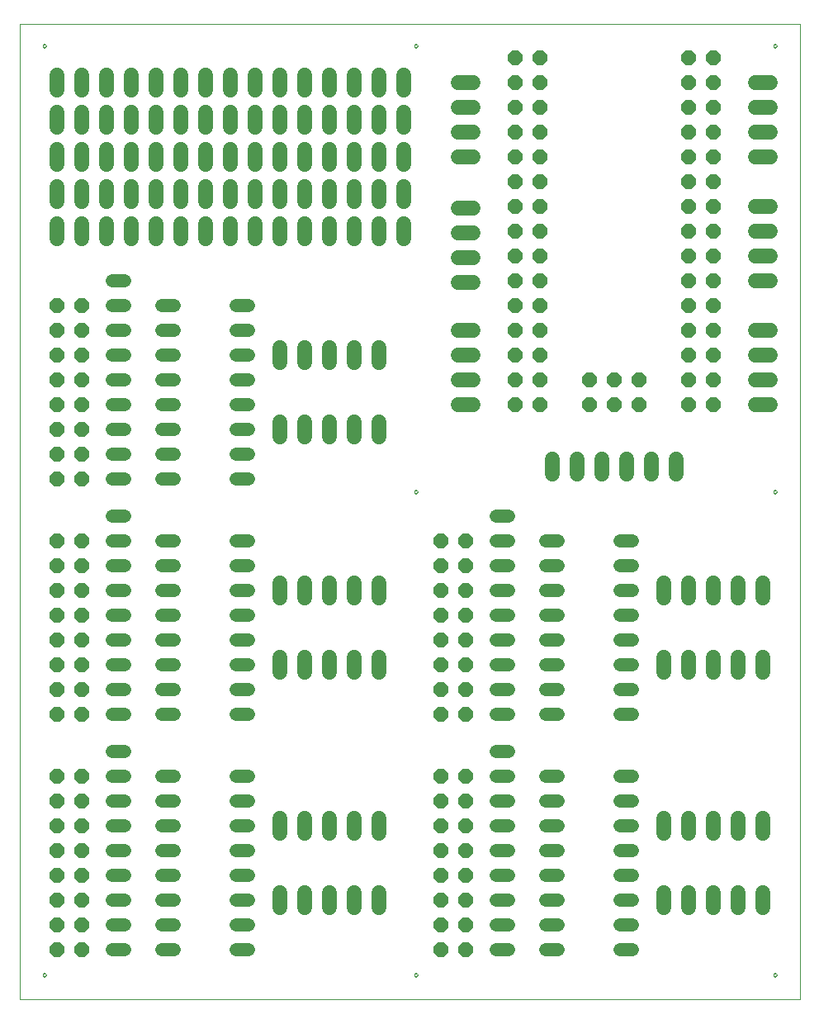
<source format=gtl>
G75*
%MOIN*%
%OFA0B0*%
%FSLAX25Y25*%
%IPPOS*%
%LPD*%
%AMOC8*
5,1,8,0,0,1.08239X$1,22.5*
%
%ADD10C,0.00000*%
%ADD11C,0.05200*%
%ADD12OC8,0.06000*%
%ADD13C,0.06000*%
D10*
X0001000Y0001000D02*
X0001000Y0394701D01*
X0315961Y0394701D01*
X0315961Y0001000D01*
X0001000Y0001000D01*
X0010311Y0011000D02*
X0010313Y0011052D01*
X0010319Y0011104D01*
X0010329Y0011155D01*
X0010342Y0011205D01*
X0010360Y0011255D01*
X0010381Y0011302D01*
X0010405Y0011348D01*
X0010434Y0011392D01*
X0010465Y0011434D01*
X0010499Y0011473D01*
X0010536Y0011510D01*
X0010576Y0011543D01*
X0010619Y0011574D01*
X0010663Y0011601D01*
X0010709Y0011625D01*
X0010758Y0011645D01*
X0010807Y0011661D01*
X0010858Y0011674D01*
X0010909Y0011683D01*
X0010961Y0011688D01*
X0011013Y0011689D01*
X0011065Y0011686D01*
X0011117Y0011679D01*
X0011168Y0011668D01*
X0011218Y0011654D01*
X0011267Y0011635D01*
X0011314Y0011613D01*
X0011359Y0011588D01*
X0011403Y0011559D01*
X0011444Y0011527D01*
X0011483Y0011492D01*
X0011518Y0011454D01*
X0011551Y0011413D01*
X0011581Y0011371D01*
X0011607Y0011326D01*
X0011630Y0011279D01*
X0011649Y0011230D01*
X0011665Y0011180D01*
X0011677Y0011130D01*
X0011685Y0011078D01*
X0011689Y0011026D01*
X0011689Y0010974D01*
X0011685Y0010922D01*
X0011677Y0010870D01*
X0011665Y0010820D01*
X0011649Y0010770D01*
X0011630Y0010721D01*
X0011607Y0010674D01*
X0011581Y0010629D01*
X0011551Y0010587D01*
X0011518Y0010546D01*
X0011483Y0010508D01*
X0011444Y0010473D01*
X0011403Y0010441D01*
X0011359Y0010412D01*
X0011314Y0010387D01*
X0011267Y0010365D01*
X0011218Y0010346D01*
X0011168Y0010332D01*
X0011117Y0010321D01*
X0011065Y0010314D01*
X0011013Y0010311D01*
X0010961Y0010312D01*
X0010909Y0010317D01*
X0010858Y0010326D01*
X0010807Y0010339D01*
X0010758Y0010355D01*
X0010709Y0010375D01*
X0010663Y0010399D01*
X0010619Y0010426D01*
X0010576Y0010457D01*
X0010536Y0010490D01*
X0010499Y0010527D01*
X0010465Y0010566D01*
X0010434Y0010608D01*
X0010405Y0010652D01*
X0010381Y0010698D01*
X0010360Y0010745D01*
X0010342Y0010795D01*
X0010329Y0010845D01*
X0010319Y0010896D01*
X0010313Y0010948D01*
X0010311Y0011000D01*
X0160311Y0011000D02*
X0160313Y0011052D01*
X0160319Y0011104D01*
X0160329Y0011155D01*
X0160342Y0011205D01*
X0160360Y0011255D01*
X0160381Y0011302D01*
X0160405Y0011348D01*
X0160434Y0011392D01*
X0160465Y0011434D01*
X0160499Y0011473D01*
X0160536Y0011510D01*
X0160576Y0011543D01*
X0160619Y0011574D01*
X0160663Y0011601D01*
X0160709Y0011625D01*
X0160758Y0011645D01*
X0160807Y0011661D01*
X0160858Y0011674D01*
X0160909Y0011683D01*
X0160961Y0011688D01*
X0161013Y0011689D01*
X0161065Y0011686D01*
X0161117Y0011679D01*
X0161168Y0011668D01*
X0161218Y0011654D01*
X0161267Y0011635D01*
X0161314Y0011613D01*
X0161359Y0011588D01*
X0161403Y0011559D01*
X0161444Y0011527D01*
X0161483Y0011492D01*
X0161518Y0011454D01*
X0161551Y0011413D01*
X0161581Y0011371D01*
X0161607Y0011326D01*
X0161630Y0011279D01*
X0161649Y0011230D01*
X0161665Y0011180D01*
X0161677Y0011130D01*
X0161685Y0011078D01*
X0161689Y0011026D01*
X0161689Y0010974D01*
X0161685Y0010922D01*
X0161677Y0010870D01*
X0161665Y0010820D01*
X0161649Y0010770D01*
X0161630Y0010721D01*
X0161607Y0010674D01*
X0161581Y0010629D01*
X0161551Y0010587D01*
X0161518Y0010546D01*
X0161483Y0010508D01*
X0161444Y0010473D01*
X0161403Y0010441D01*
X0161359Y0010412D01*
X0161314Y0010387D01*
X0161267Y0010365D01*
X0161218Y0010346D01*
X0161168Y0010332D01*
X0161117Y0010321D01*
X0161065Y0010314D01*
X0161013Y0010311D01*
X0160961Y0010312D01*
X0160909Y0010317D01*
X0160858Y0010326D01*
X0160807Y0010339D01*
X0160758Y0010355D01*
X0160709Y0010375D01*
X0160663Y0010399D01*
X0160619Y0010426D01*
X0160576Y0010457D01*
X0160536Y0010490D01*
X0160499Y0010527D01*
X0160465Y0010566D01*
X0160434Y0010608D01*
X0160405Y0010652D01*
X0160381Y0010698D01*
X0160360Y0010745D01*
X0160342Y0010795D01*
X0160329Y0010845D01*
X0160319Y0010896D01*
X0160313Y0010948D01*
X0160311Y0011000D01*
X0305311Y0011000D02*
X0305313Y0011052D01*
X0305319Y0011104D01*
X0305329Y0011155D01*
X0305342Y0011205D01*
X0305360Y0011255D01*
X0305381Y0011302D01*
X0305405Y0011348D01*
X0305434Y0011392D01*
X0305465Y0011434D01*
X0305499Y0011473D01*
X0305536Y0011510D01*
X0305576Y0011543D01*
X0305619Y0011574D01*
X0305663Y0011601D01*
X0305709Y0011625D01*
X0305758Y0011645D01*
X0305807Y0011661D01*
X0305858Y0011674D01*
X0305909Y0011683D01*
X0305961Y0011688D01*
X0306013Y0011689D01*
X0306065Y0011686D01*
X0306117Y0011679D01*
X0306168Y0011668D01*
X0306218Y0011654D01*
X0306267Y0011635D01*
X0306314Y0011613D01*
X0306359Y0011588D01*
X0306403Y0011559D01*
X0306444Y0011527D01*
X0306483Y0011492D01*
X0306518Y0011454D01*
X0306551Y0011413D01*
X0306581Y0011371D01*
X0306607Y0011326D01*
X0306630Y0011279D01*
X0306649Y0011230D01*
X0306665Y0011180D01*
X0306677Y0011130D01*
X0306685Y0011078D01*
X0306689Y0011026D01*
X0306689Y0010974D01*
X0306685Y0010922D01*
X0306677Y0010870D01*
X0306665Y0010820D01*
X0306649Y0010770D01*
X0306630Y0010721D01*
X0306607Y0010674D01*
X0306581Y0010629D01*
X0306551Y0010587D01*
X0306518Y0010546D01*
X0306483Y0010508D01*
X0306444Y0010473D01*
X0306403Y0010441D01*
X0306359Y0010412D01*
X0306314Y0010387D01*
X0306267Y0010365D01*
X0306218Y0010346D01*
X0306168Y0010332D01*
X0306117Y0010321D01*
X0306065Y0010314D01*
X0306013Y0010311D01*
X0305961Y0010312D01*
X0305909Y0010317D01*
X0305858Y0010326D01*
X0305807Y0010339D01*
X0305758Y0010355D01*
X0305709Y0010375D01*
X0305663Y0010399D01*
X0305619Y0010426D01*
X0305576Y0010457D01*
X0305536Y0010490D01*
X0305499Y0010527D01*
X0305465Y0010566D01*
X0305434Y0010608D01*
X0305405Y0010652D01*
X0305381Y0010698D01*
X0305360Y0010745D01*
X0305342Y0010795D01*
X0305329Y0010845D01*
X0305319Y0010896D01*
X0305313Y0010948D01*
X0305311Y0011000D01*
X0305311Y0206000D02*
X0305313Y0206052D01*
X0305319Y0206104D01*
X0305329Y0206155D01*
X0305342Y0206205D01*
X0305360Y0206255D01*
X0305381Y0206302D01*
X0305405Y0206348D01*
X0305434Y0206392D01*
X0305465Y0206434D01*
X0305499Y0206473D01*
X0305536Y0206510D01*
X0305576Y0206543D01*
X0305619Y0206574D01*
X0305663Y0206601D01*
X0305709Y0206625D01*
X0305758Y0206645D01*
X0305807Y0206661D01*
X0305858Y0206674D01*
X0305909Y0206683D01*
X0305961Y0206688D01*
X0306013Y0206689D01*
X0306065Y0206686D01*
X0306117Y0206679D01*
X0306168Y0206668D01*
X0306218Y0206654D01*
X0306267Y0206635D01*
X0306314Y0206613D01*
X0306359Y0206588D01*
X0306403Y0206559D01*
X0306444Y0206527D01*
X0306483Y0206492D01*
X0306518Y0206454D01*
X0306551Y0206413D01*
X0306581Y0206371D01*
X0306607Y0206326D01*
X0306630Y0206279D01*
X0306649Y0206230D01*
X0306665Y0206180D01*
X0306677Y0206130D01*
X0306685Y0206078D01*
X0306689Y0206026D01*
X0306689Y0205974D01*
X0306685Y0205922D01*
X0306677Y0205870D01*
X0306665Y0205820D01*
X0306649Y0205770D01*
X0306630Y0205721D01*
X0306607Y0205674D01*
X0306581Y0205629D01*
X0306551Y0205587D01*
X0306518Y0205546D01*
X0306483Y0205508D01*
X0306444Y0205473D01*
X0306403Y0205441D01*
X0306359Y0205412D01*
X0306314Y0205387D01*
X0306267Y0205365D01*
X0306218Y0205346D01*
X0306168Y0205332D01*
X0306117Y0205321D01*
X0306065Y0205314D01*
X0306013Y0205311D01*
X0305961Y0205312D01*
X0305909Y0205317D01*
X0305858Y0205326D01*
X0305807Y0205339D01*
X0305758Y0205355D01*
X0305709Y0205375D01*
X0305663Y0205399D01*
X0305619Y0205426D01*
X0305576Y0205457D01*
X0305536Y0205490D01*
X0305499Y0205527D01*
X0305465Y0205566D01*
X0305434Y0205608D01*
X0305405Y0205652D01*
X0305381Y0205698D01*
X0305360Y0205745D01*
X0305342Y0205795D01*
X0305329Y0205845D01*
X0305319Y0205896D01*
X0305313Y0205948D01*
X0305311Y0206000D01*
X0305311Y0386000D02*
X0305313Y0386052D01*
X0305319Y0386104D01*
X0305329Y0386155D01*
X0305342Y0386205D01*
X0305360Y0386255D01*
X0305381Y0386302D01*
X0305405Y0386348D01*
X0305434Y0386392D01*
X0305465Y0386434D01*
X0305499Y0386473D01*
X0305536Y0386510D01*
X0305576Y0386543D01*
X0305619Y0386574D01*
X0305663Y0386601D01*
X0305709Y0386625D01*
X0305758Y0386645D01*
X0305807Y0386661D01*
X0305858Y0386674D01*
X0305909Y0386683D01*
X0305961Y0386688D01*
X0306013Y0386689D01*
X0306065Y0386686D01*
X0306117Y0386679D01*
X0306168Y0386668D01*
X0306218Y0386654D01*
X0306267Y0386635D01*
X0306314Y0386613D01*
X0306359Y0386588D01*
X0306403Y0386559D01*
X0306444Y0386527D01*
X0306483Y0386492D01*
X0306518Y0386454D01*
X0306551Y0386413D01*
X0306581Y0386371D01*
X0306607Y0386326D01*
X0306630Y0386279D01*
X0306649Y0386230D01*
X0306665Y0386180D01*
X0306677Y0386130D01*
X0306685Y0386078D01*
X0306689Y0386026D01*
X0306689Y0385974D01*
X0306685Y0385922D01*
X0306677Y0385870D01*
X0306665Y0385820D01*
X0306649Y0385770D01*
X0306630Y0385721D01*
X0306607Y0385674D01*
X0306581Y0385629D01*
X0306551Y0385587D01*
X0306518Y0385546D01*
X0306483Y0385508D01*
X0306444Y0385473D01*
X0306403Y0385441D01*
X0306359Y0385412D01*
X0306314Y0385387D01*
X0306267Y0385365D01*
X0306218Y0385346D01*
X0306168Y0385332D01*
X0306117Y0385321D01*
X0306065Y0385314D01*
X0306013Y0385311D01*
X0305961Y0385312D01*
X0305909Y0385317D01*
X0305858Y0385326D01*
X0305807Y0385339D01*
X0305758Y0385355D01*
X0305709Y0385375D01*
X0305663Y0385399D01*
X0305619Y0385426D01*
X0305576Y0385457D01*
X0305536Y0385490D01*
X0305499Y0385527D01*
X0305465Y0385566D01*
X0305434Y0385608D01*
X0305405Y0385652D01*
X0305381Y0385698D01*
X0305360Y0385745D01*
X0305342Y0385795D01*
X0305329Y0385845D01*
X0305319Y0385896D01*
X0305313Y0385948D01*
X0305311Y0386000D01*
X0160311Y0386000D02*
X0160313Y0386052D01*
X0160319Y0386104D01*
X0160329Y0386155D01*
X0160342Y0386205D01*
X0160360Y0386255D01*
X0160381Y0386302D01*
X0160405Y0386348D01*
X0160434Y0386392D01*
X0160465Y0386434D01*
X0160499Y0386473D01*
X0160536Y0386510D01*
X0160576Y0386543D01*
X0160619Y0386574D01*
X0160663Y0386601D01*
X0160709Y0386625D01*
X0160758Y0386645D01*
X0160807Y0386661D01*
X0160858Y0386674D01*
X0160909Y0386683D01*
X0160961Y0386688D01*
X0161013Y0386689D01*
X0161065Y0386686D01*
X0161117Y0386679D01*
X0161168Y0386668D01*
X0161218Y0386654D01*
X0161267Y0386635D01*
X0161314Y0386613D01*
X0161359Y0386588D01*
X0161403Y0386559D01*
X0161444Y0386527D01*
X0161483Y0386492D01*
X0161518Y0386454D01*
X0161551Y0386413D01*
X0161581Y0386371D01*
X0161607Y0386326D01*
X0161630Y0386279D01*
X0161649Y0386230D01*
X0161665Y0386180D01*
X0161677Y0386130D01*
X0161685Y0386078D01*
X0161689Y0386026D01*
X0161689Y0385974D01*
X0161685Y0385922D01*
X0161677Y0385870D01*
X0161665Y0385820D01*
X0161649Y0385770D01*
X0161630Y0385721D01*
X0161607Y0385674D01*
X0161581Y0385629D01*
X0161551Y0385587D01*
X0161518Y0385546D01*
X0161483Y0385508D01*
X0161444Y0385473D01*
X0161403Y0385441D01*
X0161359Y0385412D01*
X0161314Y0385387D01*
X0161267Y0385365D01*
X0161218Y0385346D01*
X0161168Y0385332D01*
X0161117Y0385321D01*
X0161065Y0385314D01*
X0161013Y0385311D01*
X0160961Y0385312D01*
X0160909Y0385317D01*
X0160858Y0385326D01*
X0160807Y0385339D01*
X0160758Y0385355D01*
X0160709Y0385375D01*
X0160663Y0385399D01*
X0160619Y0385426D01*
X0160576Y0385457D01*
X0160536Y0385490D01*
X0160499Y0385527D01*
X0160465Y0385566D01*
X0160434Y0385608D01*
X0160405Y0385652D01*
X0160381Y0385698D01*
X0160360Y0385745D01*
X0160342Y0385795D01*
X0160329Y0385845D01*
X0160319Y0385896D01*
X0160313Y0385948D01*
X0160311Y0386000D01*
X0160311Y0206000D02*
X0160313Y0206052D01*
X0160319Y0206104D01*
X0160329Y0206155D01*
X0160342Y0206205D01*
X0160360Y0206255D01*
X0160381Y0206302D01*
X0160405Y0206348D01*
X0160434Y0206392D01*
X0160465Y0206434D01*
X0160499Y0206473D01*
X0160536Y0206510D01*
X0160576Y0206543D01*
X0160619Y0206574D01*
X0160663Y0206601D01*
X0160709Y0206625D01*
X0160758Y0206645D01*
X0160807Y0206661D01*
X0160858Y0206674D01*
X0160909Y0206683D01*
X0160961Y0206688D01*
X0161013Y0206689D01*
X0161065Y0206686D01*
X0161117Y0206679D01*
X0161168Y0206668D01*
X0161218Y0206654D01*
X0161267Y0206635D01*
X0161314Y0206613D01*
X0161359Y0206588D01*
X0161403Y0206559D01*
X0161444Y0206527D01*
X0161483Y0206492D01*
X0161518Y0206454D01*
X0161551Y0206413D01*
X0161581Y0206371D01*
X0161607Y0206326D01*
X0161630Y0206279D01*
X0161649Y0206230D01*
X0161665Y0206180D01*
X0161677Y0206130D01*
X0161685Y0206078D01*
X0161689Y0206026D01*
X0161689Y0205974D01*
X0161685Y0205922D01*
X0161677Y0205870D01*
X0161665Y0205820D01*
X0161649Y0205770D01*
X0161630Y0205721D01*
X0161607Y0205674D01*
X0161581Y0205629D01*
X0161551Y0205587D01*
X0161518Y0205546D01*
X0161483Y0205508D01*
X0161444Y0205473D01*
X0161403Y0205441D01*
X0161359Y0205412D01*
X0161314Y0205387D01*
X0161267Y0205365D01*
X0161218Y0205346D01*
X0161168Y0205332D01*
X0161117Y0205321D01*
X0161065Y0205314D01*
X0161013Y0205311D01*
X0160961Y0205312D01*
X0160909Y0205317D01*
X0160858Y0205326D01*
X0160807Y0205339D01*
X0160758Y0205355D01*
X0160709Y0205375D01*
X0160663Y0205399D01*
X0160619Y0205426D01*
X0160576Y0205457D01*
X0160536Y0205490D01*
X0160499Y0205527D01*
X0160465Y0205566D01*
X0160434Y0205608D01*
X0160405Y0205652D01*
X0160381Y0205698D01*
X0160360Y0205745D01*
X0160342Y0205795D01*
X0160329Y0205845D01*
X0160319Y0205896D01*
X0160313Y0205948D01*
X0160311Y0206000D01*
X0010311Y0386000D02*
X0010313Y0386052D01*
X0010319Y0386104D01*
X0010329Y0386155D01*
X0010342Y0386205D01*
X0010360Y0386255D01*
X0010381Y0386302D01*
X0010405Y0386348D01*
X0010434Y0386392D01*
X0010465Y0386434D01*
X0010499Y0386473D01*
X0010536Y0386510D01*
X0010576Y0386543D01*
X0010619Y0386574D01*
X0010663Y0386601D01*
X0010709Y0386625D01*
X0010758Y0386645D01*
X0010807Y0386661D01*
X0010858Y0386674D01*
X0010909Y0386683D01*
X0010961Y0386688D01*
X0011013Y0386689D01*
X0011065Y0386686D01*
X0011117Y0386679D01*
X0011168Y0386668D01*
X0011218Y0386654D01*
X0011267Y0386635D01*
X0011314Y0386613D01*
X0011359Y0386588D01*
X0011403Y0386559D01*
X0011444Y0386527D01*
X0011483Y0386492D01*
X0011518Y0386454D01*
X0011551Y0386413D01*
X0011581Y0386371D01*
X0011607Y0386326D01*
X0011630Y0386279D01*
X0011649Y0386230D01*
X0011665Y0386180D01*
X0011677Y0386130D01*
X0011685Y0386078D01*
X0011689Y0386026D01*
X0011689Y0385974D01*
X0011685Y0385922D01*
X0011677Y0385870D01*
X0011665Y0385820D01*
X0011649Y0385770D01*
X0011630Y0385721D01*
X0011607Y0385674D01*
X0011581Y0385629D01*
X0011551Y0385587D01*
X0011518Y0385546D01*
X0011483Y0385508D01*
X0011444Y0385473D01*
X0011403Y0385441D01*
X0011359Y0385412D01*
X0011314Y0385387D01*
X0011267Y0385365D01*
X0011218Y0385346D01*
X0011168Y0385332D01*
X0011117Y0385321D01*
X0011065Y0385314D01*
X0011013Y0385311D01*
X0010961Y0385312D01*
X0010909Y0385317D01*
X0010858Y0385326D01*
X0010807Y0385339D01*
X0010758Y0385355D01*
X0010709Y0385375D01*
X0010663Y0385399D01*
X0010619Y0385426D01*
X0010576Y0385457D01*
X0010536Y0385490D01*
X0010499Y0385527D01*
X0010465Y0385566D01*
X0010434Y0385608D01*
X0010405Y0385652D01*
X0010381Y0385698D01*
X0010360Y0385745D01*
X0010342Y0385795D01*
X0010329Y0385845D01*
X0010319Y0385896D01*
X0010313Y0385948D01*
X0010311Y0386000D01*
D11*
X0038400Y0291000D02*
X0043600Y0291000D01*
X0043600Y0281000D02*
X0038400Y0281000D01*
X0038400Y0271000D02*
X0043600Y0271000D01*
X0043600Y0261000D02*
X0038400Y0261000D01*
X0038400Y0251000D02*
X0043600Y0251000D01*
X0043600Y0241000D02*
X0038400Y0241000D01*
X0038400Y0231000D02*
X0043600Y0231000D01*
X0043600Y0221000D02*
X0038400Y0221000D01*
X0038400Y0211000D02*
X0043600Y0211000D01*
X0043600Y0196000D02*
X0038400Y0196000D01*
X0038400Y0186000D02*
X0043600Y0186000D01*
X0043600Y0176000D02*
X0038400Y0176000D01*
X0038400Y0166000D02*
X0043600Y0166000D01*
X0043600Y0156000D02*
X0038400Y0156000D01*
X0038400Y0146000D02*
X0043600Y0146000D01*
X0043600Y0136000D02*
X0038400Y0136000D01*
X0038400Y0126000D02*
X0043600Y0126000D01*
X0043600Y0116000D02*
X0038400Y0116000D01*
X0038400Y0101000D02*
X0043600Y0101000D01*
X0043600Y0091000D02*
X0038400Y0091000D01*
X0038400Y0081000D02*
X0043600Y0081000D01*
X0043600Y0071000D02*
X0038400Y0071000D01*
X0038400Y0061000D02*
X0043600Y0061000D01*
X0043600Y0051000D02*
X0038400Y0051000D01*
X0038400Y0041000D02*
X0043600Y0041000D01*
X0043600Y0031000D02*
X0038400Y0031000D01*
X0038400Y0021000D02*
X0043600Y0021000D01*
X0058400Y0021000D02*
X0063600Y0021000D01*
X0063600Y0031000D02*
X0058400Y0031000D01*
X0058400Y0041000D02*
X0063600Y0041000D01*
X0063600Y0051000D02*
X0058400Y0051000D01*
X0058400Y0061000D02*
X0063600Y0061000D01*
X0063600Y0071000D02*
X0058400Y0071000D01*
X0058400Y0081000D02*
X0063600Y0081000D01*
X0063600Y0091000D02*
X0058400Y0091000D01*
X0058400Y0116000D02*
X0063600Y0116000D01*
X0063600Y0126000D02*
X0058400Y0126000D01*
X0058400Y0136000D02*
X0063600Y0136000D01*
X0063600Y0146000D02*
X0058400Y0146000D01*
X0058400Y0156000D02*
X0063600Y0156000D01*
X0063600Y0166000D02*
X0058400Y0166000D01*
X0058400Y0176000D02*
X0063600Y0176000D01*
X0063600Y0186000D02*
X0058400Y0186000D01*
X0058400Y0211000D02*
X0063600Y0211000D01*
X0063600Y0221000D02*
X0058400Y0221000D01*
X0058400Y0231000D02*
X0063600Y0231000D01*
X0063600Y0241000D02*
X0058400Y0241000D01*
X0058400Y0251000D02*
X0063600Y0251000D01*
X0063600Y0261000D02*
X0058400Y0261000D01*
X0058400Y0271000D02*
X0063600Y0271000D01*
X0063600Y0281000D02*
X0058400Y0281000D01*
X0088400Y0281000D02*
X0093600Y0281000D01*
X0093600Y0271000D02*
X0088400Y0271000D01*
X0088400Y0261000D02*
X0093600Y0261000D01*
X0093600Y0251000D02*
X0088400Y0251000D01*
X0088400Y0241000D02*
X0093600Y0241000D01*
X0093600Y0231000D02*
X0088400Y0231000D01*
X0088400Y0221000D02*
X0093600Y0221000D01*
X0093600Y0211000D02*
X0088400Y0211000D01*
X0088400Y0186000D02*
X0093600Y0186000D01*
X0093600Y0176000D02*
X0088400Y0176000D01*
X0088400Y0166000D02*
X0093600Y0166000D01*
X0093600Y0156000D02*
X0088400Y0156000D01*
X0088400Y0146000D02*
X0093600Y0146000D01*
X0093600Y0136000D02*
X0088400Y0136000D01*
X0088400Y0126000D02*
X0093600Y0126000D01*
X0093600Y0116000D02*
X0088400Y0116000D01*
X0088400Y0091000D02*
X0093600Y0091000D01*
X0093600Y0081000D02*
X0088400Y0081000D01*
X0088400Y0071000D02*
X0093600Y0071000D01*
X0093600Y0061000D02*
X0088400Y0061000D01*
X0088400Y0051000D02*
X0093600Y0051000D01*
X0093600Y0041000D02*
X0088400Y0041000D01*
X0088400Y0031000D02*
X0093600Y0031000D01*
X0093600Y0021000D02*
X0088400Y0021000D01*
X0193400Y0021000D02*
X0198600Y0021000D01*
X0198600Y0031000D02*
X0193400Y0031000D01*
X0193400Y0041000D02*
X0198600Y0041000D01*
X0198600Y0051000D02*
X0193400Y0051000D01*
X0193400Y0061000D02*
X0198600Y0061000D01*
X0198600Y0071000D02*
X0193400Y0071000D01*
X0193400Y0081000D02*
X0198600Y0081000D01*
X0198600Y0091000D02*
X0193400Y0091000D01*
X0193400Y0101000D02*
X0198600Y0101000D01*
X0198600Y0116000D02*
X0193400Y0116000D01*
X0193400Y0126000D02*
X0198600Y0126000D01*
X0198600Y0136000D02*
X0193400Y0136000D01*
X0193400Y0146000D02*
X0198600Y0146000D01*
X0198600Y0156000D02*
X0193400Y0156000D01*
X0193400Y0166000D02*
X0198600Y0166000D01*
X0198600Y0176000D02*
X0193400Y0176000D01*
X0193400Y0186000D02*
X0198600Y0186000D01*
X0198600Y0196000D02*
X0193400Y0196000D01*
X0213400Y0186000D02*
X0218600Y0186000D01*
X0218600Y0176000D02*
X0213400Y0176000D01*
X0213400Y0166000D02*
X0218600Y0166000D01*
X0218600Y0156000D02*
X0213400Y0156000D01*
X0213400Y0146000D02*
X0218600Y0146000D01*
X0218600Y0136000D02*
X0213400Y0136000D01*
X0213400Y0126000D02*
X0218600Y0126000D01*
X0218600Y0116000D02*
X0213400Y0116000D01*
X0213400Y0091000D02*
X0218600Y0091000D01*
X0218600Y0081000D02*
X0213400Y0081000D01*
X0213400Y0071000D02*
X0218600Y0071000D01*
X0218600Y0061000D02*
X0213400Y0061000D01*
X0213400Y0051000D02*
X0218600Y0051000D01*
X0218600Y0041000D02*
X0213400Y0041000D01*
X0213400Y0031000D02*
X0218600Y0031000D01*
X0218600Y0021000D02*
X0213400Y0021000D01*
X0243400Y0021000D02*
X0248600Y0021000D01*
X0248600Y0031000D02*
X0243400Y0031000D01*
X0243400Y0041000D02*
X0248600Y0041000D01*
X0248600Y0051000D02*
X0243400Y0051000D01*
X0243400Y0061000D02*
X0248600Y0061000D01*
X0248600Y0071000D02*
X0243400Y0071000D01*
X0243400Y0081000D02*
X0248600Y0081000D01*
X0248600Y0091000D02*
X0243400Y0091000D01*
X0243400Y0116000D02*
X0248600Y0116000D01*
X0248600Y0126000D02*
X0243400Y0126000D01*
X0243400Y0136000D02*
X0248600Y0136000D01*
X0248600Y0146000D02*
X0243400Y0146000D01*
X0243400Y0156000D02*
X0248600Y0156000D01*
X0248600Y0166000D02*
X0243400Y0166000D01*
X0243400Y0176000D02*
X0248600Y0176000D01*
X0248600Y0186000D02*
X0243400Y0186000D01*
D12*
X0241000Y0241000D03*
X0241000Y0251000D03*
X0251000Y0251000D03*
X0251000Y0241000D03*
X0271000Y0241000D03*
X0271000Y0251000D03*
X0271000Y0261000D03*
X0271000Y0271000D03*
X0271000Y0281000D03*
X0271000Y0291000D03*
X0271000Y0301000D03*
X0271000Y0311000D03*
X0271000Y0321000D03*
X0271000Y0331000D03*
X0271000Y0341000D03*
X0271000Y0351000D03*
X0271000Y0361000D03*
X0271000Y0371000D03*
X0271000Y0381000D03*
X0281000Y0381000D03*
X0281000Y0371000D03*
X0281000Y0361000D03*
X0281000Y0351000D03*
X0281000Y0341000D03*
X0281000Y0331000D03*
X0281000Y0321000D03*
X0281000Y0311000D03*
X0281000Y0301000D03*
X0281000Y0291000D03*
X0281000Y0281000D03*
X0281000Y0271000D03*
X0281000Y0261000D03*
X0281000Y0251000D03*
X0281000Y0241000D03*
X0231000Y0241000D03*
X0231000Y0251000D03*
X0211000Y0251000D03*
X0211000Y0261000D03*
X0211000Y0271000D03*
X0211000Y0281000D03*
X0211000Y0291000D03*
X0211000Y0301000D03*
X0211000Y0311000D03*
X0211000Y0321000D03*
X0211000Y0331000D03*
X0211000Y0341000D03*
X0211000Y0351000D03*
X0211000Y0361000D03*
X0211000Y0371000D03*
X0211000Y0381000D03*
X0201000Y0381000D03*
X0201000Y0371000D03*
X0201000Y0361000D03*
X0201000Y0351000D03*
X0201000Y0341000D03*
X0201000Y0331000D03*
X0201000Y0321000D03*
X0201000Y0311000D03*
X0201000Y0301000D03*
X0201000Y0291000D03*
X0201000Y0281000D03*
X0201000Y0271000D03*
X0201000Y0261000D03*
X0201000Y0251000D03*
X0201000Y0241000D03*
X0211000Y0241000D03*
X0181000Y0186000D03*
X0181000Y0176000D03*
X0181000Y0166000D03*
X0181000Y0156000D03*
X0181000Y0146000D03*
X0181000Y0136000D03*
X0181000Y0126000D03*
X0181000Y0116000D03*
X0171000Y0116000D03*
X0171000Y0126000D03*
X0171000Y0136000D03*
X0171000Y0146000D03*
X0171000Y0156000D03*
X0171000Y0166000D03*
X0171000Y0176000D03*
X0171000Y0186000D03*
X0171000Y0091000D03*
X0171000Y0081000D03*
X0171000Y0071000D03*
X0171000Y0061000D03*
X0171000Y0051000D03*
X0171000Y0041000D03*
X0171000Y0031000D03*
X0171000Y0021000D03*
X0181000Y0021000D03*
X0181000Y0031000D03*
X0181000Y0041000D03*
X0181000Y0051000D03*
X0181000Y0061000D03*
X0181000Y0071000D03*
X0181000Y0081000D03*
X0181000Y0091000D03*
X0026000Y0091000D03*
X0026000Y0081000D03*
X0026000Y0071000D03*
X0026000Y0061000D03*
X0026000Y0051000D03*
X0026000Y0041000D03*
X0026000Y0031000D03*
X0026000Y0021000D03*
X0016000Y0021000D03*
X0016000Y0031000D03*
X0016000Y0041000D03*
X0016000Y0051000D03*
X0016000Y0061000D03*
X0016000Y0071000D03*
X0016000Y0081000D03*
X0016000Y0091000D03*
X0016000Y0116000D03*
X0016000Y0126000D03*
X0016000Y0136000D03*
X0016000Y0146000D03*
X0016000Y0156000D03*
X0016000Y0166000D03*
X0016000Y0176000D03*
X0016000Y0186000D03*
X0026000Y0186000D03*
X0026000Y0176000D03*
X0026000Y0166000D03*
X0026000Y0156000D03*
X0026000Y0146000D03*
X0026000Y0136000D03*
X0026000Y0126000D03*
X0026000Y0116000D03*
X0026000Y0211000D03*
X0026000Y0221000D03*
X0026000Y0231000D03*
X0026000Y0241000D03*
X0026000Y0251000D03*
X0026000Y0261000D03*
X0026000Y0271000D03*
X0026000Y0281000D03*
X0016000Y0281000D03*
X0016000Y0271000D03*
X0016000Y0261000D03*
X0016000Y0251000D03*
X0016000Y0241000D03*
X0016000Y0231000D03*
X0016000Y0221000D03*
X0016000Y0211000D03*
D13*
X0016000Y0308000D02*
X0016000Y0314000D01*
X0016000Y0323000D02*
X0016000Y0329000D01*
X0016000Y0338000D02*
X0016000Y0344000D01*
X0016000Y0353000D02*
X0016000Y0359000D01*
X0016000Y0368000D02*
X0016000Y0374000D01*
X0026000Y0374000D02*
X0026000Y0368000D01*
X0026000Y0359000D02*
X0026000Y0353000D01*
X0026000Y0344000D02*
X0026000Y0338000D01*
X0026000Y0329000D02*
X0026000Y0323000D01*
X0026000Y0314000D02*
X0026000Y0308000D01*
X0036000Y0308000D02*
X0036000Y0314000D01*
X0036000Y0323000D02*
X0036000Y0329000D01*
X0036000Y0338000D02*
X0036000Y0344000D01*
X0036000Y0353000D02*
X0036000Y0359000D01*
X0036000Y0368000D02*
X0036000Y0374000D01*
X0046000Y0374000D02*
X0046000Y0368000D01*
X0046000Y0359000D02*
X0046000Y0353000D01*
X0046000Y0344000D02*
X0046000Y0338000D01*
X0046000Y0329000D02*
X0046000Y0323000D01*
X0046000Y0314000D02*
X0046000Y0308000D01*
X0056000Y0308000D02*
X0056000Y0314000D01*
X0056000Y0323000D02*
X0056000Y0329000D01*
X0056000Y0338000D02*
X0056000Y0344000D01*
X0056000Y0353000D02*
X0056000Y0359000D01*
X0056000Y0368000D02*
X0056000Y0374000D01*
X0066000Y0374000D02*
X0066000Y0368000D01*
X0066000Y0359000D02*
X0066000Y0353000D01*
X0066000Y0344000D02*
X0066000Y0338000D01*
X0066000Y0329000D02*
X0066000Y0323000D01*
X0066000Y0314000D02*
X0066000Y0308000D01*
X0076000Y0308000D02*
X0076000Y0314000D01*
X0076000Y0323000D02*
X0076000Y0329000D01*
X0076000Y0338000D02*
X0076000Y0344000D01*
X0076000Y0353000D02*
X0076000Y0359000D01*
X0076000Y0368000D02*
X0076000Y0374000D01*
X0086000Y0374000D02*
X0086000Y0368000D01*
X0086000Y0359000D02*
X0086000Y0353000D01*
X0086000Y0344000D02*
X0086000Y0338000D01*
X0086000Y0329000D02*
X0086000Y0323000D01*
X0086000Y0314000D02*
X0086000Y0308000D01*
X0096000Y0308000D02*
X0096000Y0314000D01*
X0096000Y0323000D02*
X0096000Y0329000D01*
X0096000Y0338000D02*
X0096000Y0344000D01*
X0096000Y0353000D02*
X0096000Y0359000D01*
X0096000Y0368000D02*
X0096000Y0374000D01*
X0106000Y0374000D02*
X0106000Y0368000D01*
X0106000Y0359000D02*
X0106000Y0353000D01*
X0106000Y0344000D02*
X0106000Y0338000D01*
X0106000Y0329000D02*
X0106000Y0323000D01*
X0106000Y0314000D02*
X0106000Y0308000D01*
X0116000Y0308000D02*
X0116000Y0314000D01*
X0116000Y0323000D02*
X0116000Y0329000D01*
X0116000Y0338000D02*
X0116000Y0344000D01*
X0116000Y0353000D02*
X0116000Y0359000D01*
X0116000Y0368000D02*
X0116000Y0374000D01*
X0126000Y0374000D02*
X0126000Y0368000D01*
X0126000Y0359000D02*
X0126000Y0353000D01*
X0126000Y0344000D02*
X0126000Y0338000D01*
X0126000Y0329000D02*
X0126000Y0323000D01*
X0126000Y0314000D02*
X0126000Y0308000D01*
X0136000Y0308000D02*
X0136000Y0314000D01*
X0136000Y0323000D02*
X0136000Y0329000D01*
X0136000Y0338000D02*
X0136000Y0344000D01*
X0136000Y0353000D02*
X0136000Y0359000D01*
X0136000Y0368000D02*
X0136000Y0374000D01*
X0146000Y0374000D02*
X0146000Y0368000D01*
X0146000Y0359000D02*
X0146000Y0353000D01*
X0146000Y0344000D02*
X0146000Y0338000D01*
X0146000Y0329000D02*
X0146000Y0323000D01*
X0146000Y0314000D02*
X0146000Y0308000D01*
X0156000Y0308000D02*
X0156000Y0314000D01*
X0156000Y0323000D02*
X0156000Y0329000D01*
X0156000Y0338000D02*
X0156000Y0344000D01*
X0156000Y0353000D02*
X0156000Y0359000D01*
X0156000Y0368000D02*
X0156000Y0374000D01*
X0178000Y0371000D02*
X0184000Y0371000D01*
X0184000Y0361000D02*
X0178000Y0361000D01*
X0178000Y0351000D02*
X0184000Y0351000D01*
X0184000Y0341000D02*
X0178000Y0341000D01*
X0178000Y0320500D02*
X0184000Y0320500D01*
X0184000Y0310500D02*
X0178000Y0310500D01*
X0178000Y0300500D02*
X0184000Y0300500D01*
X0184000Y0290500D02*
X0178000Y0290500D01*
X0178000Y0271000D02*
X0184000Y0271000D01*
X0184000Y0261000D02*
X0178000Y0261000D01*
X0178000Y0251000D02*
X0184000Y0251000D01*
X0184000Y0241000D02*
X0178000Y0241000D01*
X0146000Y0234000D02*
X0146000Y0228000D01*
X0136000Y0228000D02*
X0136000Y0234000D01*
X0126000Y0234000D02*
X0126000Y0228000D01*
X0116000Y0228000D02*
X0116000Y0234000D01*
X0106000Y0234000D02*
X0106000Y0228000D01*
X0106000Y0258000D02*
X0106000Y0264000D01*
X0116000Y0264000D02*
X0116000Y0258000D01*
X0126000Y0258000D02*
X0126000Y0264000D01*
X0136000Y0264000D02*
X0136000Y0258000D01*
X0146000Y0258000D02*
X0146000Y0264000D01*
X0216000Y0219000D02*
X0216000Y0213000D01*
X0226000Y0213000D02*
X0226000Y0219000D01*
X0236000Y0219000D02*
X0236000Y0213000D01*
X0246000Y0213000D02*
X0246000Y0219000D01*
X0256000Y0219000D02*
X0256000Y0213000D01*
X0266000Y0213000D02*
X0266000Y0219000D01*
X0298000Y0241000D02*
X0304000Y0241000D01*
X0304000Y0251000D02*
X0298000Y0251000D01*
X0298000Y0261000D02*
X0304000Y0261000D01*
X0304000Y0271000D02*
X0298000Y0271000D01*
X0298000Y0291000D02*
X0304000Y0291000D01*
X0304000Y0301000D02*
X0298000Y0301000D01*
X0298000Y0311000D02*
X0304000Y0311000D01*
X0304000Y0321000D02*
X0298000Y0321000D01*
X0298000Y0341000D02*
X0304000Y0341000D01*
X0304000Y0351000D02*
X0298000Y0351000D01*
X0298000Y0361000D02*
X0304000Y0361000D01*
X0304000Y0371000D02*
X0298000Y0371000D01*
X0301000Y0169000D02*
X0301000Y0163000D01*
X0291000Y0163000D02*
X0291000Y0169000D01*
X0281000Y0169000D02*
X0281000Y0163000D01*
X0271000Y0163000D02*
X0271000Y0169000D01*
X0261000Y0169000D02*
X0261000Y0163000D01*
X0261000Y0139000D02*
X0261000Y0133000D01*
X0271000Y0133000D02*
X0271000Y0139000D01*
X0281000Y0139000D02*
X0281000Y0133000D01*
X0291000Y0133000D02*
X0291000Y0139000D01*
X0301000Y0139000D02*
X0301000Y0133000D01*
X0301000Y0074000D02*
X0301000Y0068000D01*
X0291000Y0068000D02*
X0291000Y0074000D01*
X0281000Y0074000D02*
X0281000Y0068000D01*
X0271000Y0068000D02*
X0271000Y0074000D01*
X0261000Y0074000D02*
X0261000Y0068000D01*
X0261000Y0044000D02*
X0261000Y0038000D01*
X0271000Y0038000D02*
X0271000Y0044000D01*
X0281000Y0044000D02*
X0281000Y0038000D01*
X0291000Y0038000D02*
X0291000Y0044000D01*
X0301000Y0044000D02*
X0301000Y0038000D01*
X0146000Y0038000D02*
X0146000Y0044000D01*
X0136000Y0044000D02*
X0136000Y0038000D01*
X0126000Y0038000D02*
X0126000Y0044000D01*
X0116000Y0044000D02*
X0116000Y0038000D01*
X0106000Y0038000D02*
X0106000Y0044000D01*
X0106000Y0068000D02*
X0106000Y0074000D01*
X0116000Y0074000D02*
X0116000Y0068000D01*
X0126000Y0068000D02*
X0126000Y0074000D01*
X0136000Y0074000D02*
X0136000Y0068000D01*
X0146000Y0068000D02*
X0146000Y0074000D01*
X0146000Y0133000D02*
X0146000Y0139000D01*
X0136000Y0139000D02*
X0136000Y0133000D01*
X0126000Y0133000D02*
X0126000Y0139000D01*
X0116000Y0139000D02*
X0116000Y0133000D01*
X0106000Y0133000D02*
X0106000Y0139000D01*
X0106000Y0163000D02*
X0106000Y0169000D01*
X0116000Y0169000D02*
X0116000Y0163000D01*
X0126000Y0163000D02*
X0126000Y0169000D01*
X0136000Y0169000D02*
X0136000Y0163000D01*
X0146000Y0163000D02*
X0146000Y0169000D01*
M02*

</source>
